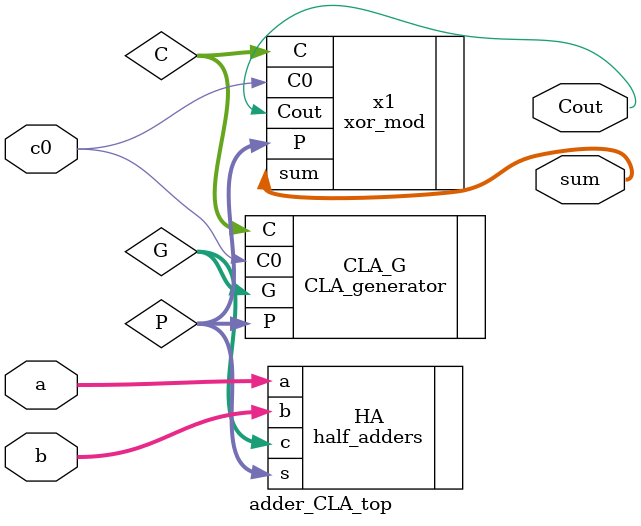
<source format=v>
`timescale 1ns / 1ps


module adder_CLA_top(
	input  [3:0] a,
	input  [3:0] b,
	input        c0,
	output [3:0] sum,
	output       Cout
    );

	wire [3:0] P;
	wire [3:0] G;
	wire [3:0] C;


	half_adders HA(
		.a (a),
		.b (b),
		.s (P),
		.c (G)
		);

	CLA_generator CLA_G(
		.P  (P), 
		.G  (G), 
		.C0 (c0), 
		.C  (C)
		);

	xor_mod x1(
		.P    (P),
		.C    (C), 
		.C0   (c0), 
		.sum  (sum),
		.Cout (Cout)
		);

endmodule
</source>
